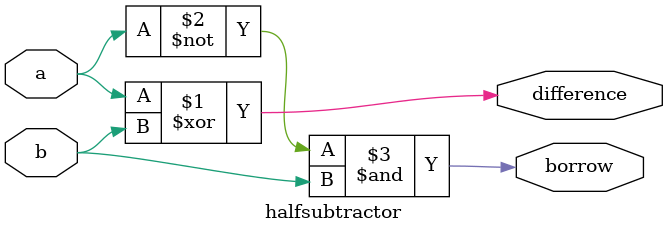
<source format=v>
module halfsubtractor(a,b,difference,borrow);
input a,b;
output difference,borrow;
xor (difference,a,b);
and (borrow,~a,b);
endmodule

</source>
